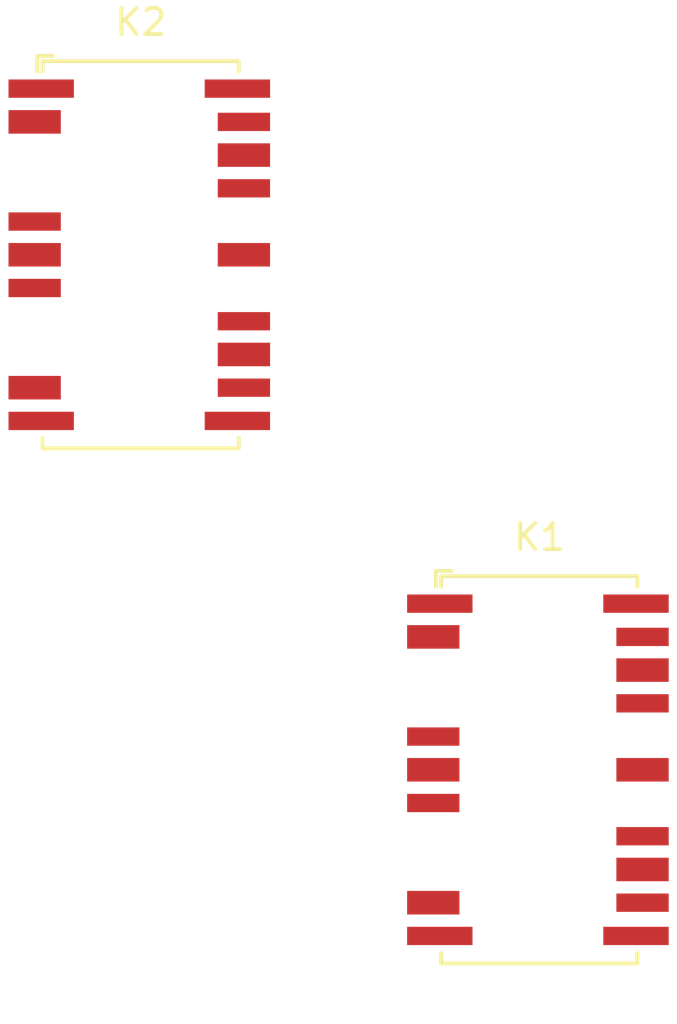
<source format=kicad_pcb>
(kicad_pcb (version 20211014) (generator pcbnew)
  (layers (0 "F.Cu" signal) (31 "B.Cu" signal) (34 "B.Paste" user) (35 "F.Paste" user) (36 "B.SilkS" user "B.Silkscreen") (37 "F.SilkS" user "F.Silkscreen") (38 "B.Mask" user) (39 "F.Mask" user) (44 "Edge.Cuts" user))
  (net 0 "")
  (net 1 "Net-(D1-Pad1)")
  (net 2 "GND")
  (net 3 "/XCVR")
  (net 4 "/LNA_OUT")
  (net 5 "Net-(K1-Pad20)")
  (net 6 "/ANT")
  (net 7 "/LNA_IN")
  (footprint "Relay_SMD:Relay_SPDT_AXICOM_HF3Series_50ohms_Pitch1.27mm" (layer "F.Cu") (at 100.965 87.63)
    (fp_text reference "K1" (at 0.06 -8.89) (layer "F.SilkS"))
    (fp_text value "HF3-56")
    (fp_line (start 3.8 7.4) (end -3.7 7.4) (layer "F.SilkS") (width 0.15))
    (fp_line (start 3.8 -7.4) (end -3.7 -7.4) (layer "F.SilkS") (width 0.15))
    (fp_line (start -3.9 -7) (end -3.9 -7.6) (layer "F.SilkS") (width 0.15))
    (fp_line (start 3.8 -7) (end 3.8 -7.4) (layer "F.SilkS") (width 0.15))
    (fp_line (start -3.9 -7.6) (end -3.4 -7.6) (layer "F.SilkS") (width 0.15))
    (fp_line (start 3.8 7.1) (end 3.8 7) (layer "F.SilkS") (width 0.15))
    (fp_line (start -3.4 -7.6) (end -3.3 -7.6) (layer "F.SilkS") (width 0.15))
    (fp_line (start 3.8 7.1) (end 3.8 7.4) (layer "F.SilkS") (width 0.15))
    (fp_line (start -3.7 -7.4) (end -3.7 -7) (layer "F.SilkS") (width 0.15))
    (fp_line (start -3.7 7.4) (end -3.7 7) (layer "F.SilkS") (width 0.15))
    (pad "1" smd rect (at -3.75 -6.35) (size 2.5 0.7) (layers "F.Cu" "F.Paste" "F.Mask") (net 1 "Net-(D1-Pad1)"))
    (pad "2" smd rect (at -4 -5.08) (size 2 0.9) (layers "F.Cu" "F.Paste" "F.Mask") (net 2 "GND"))
    (pad "5" smd rect (at -4 -1.27) (size 2 0.7) (layers "F.Cu" "F.Paste" "F.Mask") (net 2 "GND"))
    (pad "6" smd rect (at -4 0) (size 2 0.9) (layers "F.Cu" "F.Paste" "F.Mask") (net 6 "/ANT"))
    (pad "7" smd rect (at -4 1.27) (size 2 0.7) (layers "F.Cu" "F.Paste" "F.Mask") (net 2 "GND"))
    (pad "10" smd rect (at -4 5.08) (size 2 0.9) (layers "F.Cu" "F.Paste" "F.Mask") (net 2 "GND"))
    (pad "11" smd rect (at -3.75 6.35) (size 2.5 0.7) (layers "F.Cu" "F.Paste" "F.Mask") (net 2 "GND"))
    (pad "12" smd rect (at 3.75 6.35) (size 2.5 0.7) (layers "F.Cu" "F.Paste" "F.Mask") (net 2 "GND"))
    (pad "13" smd rect (at 4 5.08) (size 2 0.7) (layers "F.Cu" "F.Paste" "F.Mask") (net 2 "GND"))
    (pad "14" smd rect (at 4 3.81) (size 2 0.9) (layers "F.Cu" "F.Paste" "F.Mask") (net 7 "/LNA_IN"))
    (pad "15" smd rect (at 4 2.54) (size 2 0.7) (layers "F.Cu" "F.Paste" "F.Mask") (net 2 "GND"))
    (pad "17" smd rect (at 4 0) (size 2 0.9) (layers "F.Cu" "F.Paste" "F.Mask") (net 2 "GND"))
    (pad "19" smd rect (at 4 -2.54) (size 2 0.7) (layers "F.Cu" "F.Paste" "F.Mask") (net 2 "GND"))
    (pad "20" smd rect (at 4 -3.81) (size 2 0.9) (layers "F.Cu" "F.Paste" "F.Mask") (net 5 "Net-(K1-Pad20)"))
    (pad "21" smd rect (at 4 -5.08) (size 2 0.7) (layers "F.Cu" "F.Paste" "F.Mask") (net 2 "GND"))
    (pad "22" smd rect (at 3.75 -6.35) (size 2.5 0.7) (layers "F.Cu" "F.Paste" "F.Mask") (net 2 "GND"))
  )
  (footprint "Relay_SMD:Relay_SPDT_AXICOM_HF3Series_50ohms_Pitch1.27mm" (layer "F.Cu") (at 85.725 67.945)
    (fp_text reference "K2" (at 0.06 -8.89) (layer "F.SilkS"))
    (fp_text value "HF3-56")
    (fp_line (start 3.8 7.1) (end 3.8 7) (layer "F.SilkS") (width 0.15))
    (fp_line (start -3.9 -7) (end -3.9 -7.6) (layer "F.SilkS") (width 0.15))
    (fp_line (start 3.8 -7) (end 3.8 -7.4) (layer "F.SilkS") (width 0.15))
    (fp_line (start -3.7 -7.4) (end -3.7 -7) (layer "F.SilkS") (width 0.15))
    (fp_line (start -3.9 -7.6) (end -3.4 -7.6) (layer "F.SilkS") (width 0.15))
    (fp_line (start 3.8 7.4) (end -3.7 7.4) (layer "F.SilkS") (width 0.15))
    (fp_line (start 3.8 -7.4) (end -3.7 -7.4) (layer "F.SilkS") (width 0.15))
    (fp_line (start 3.8 7.1) (end 3.8 7.4) (layer "F.SilkS") (width 0.15))
    (fp_line (start -3.4 -7.6) (end -3.3 -7.6) (layer "F.SilkS") (width 0.15))
    (fp_line (start -3.7 7.4) (end -3.7 7) (layer "F.SilkS") (width 0.15))
    (pad "1" smd rect (at -3.75 -6.35) (size 2.5 0.7) (layers "F.Cu" "F.Paste" "F.Mask") (net 1 "Net-(D1-Pad1)"))
    (pad "2" smd rect (at -4 -5.08) (size 2 0.9) (layers "F.Cu" "F.Paste" "F.Mask") (net 2 "GND"))
    (pad "5" smd rect (at -4 -1.27) (size 2 0.7) (layers "F.Cu" "F.Paste" "F.Mask") (net 2 "GND"))
    (pad "6" smd rect (at -4 0) (size 2 0.9) (layers "F.Cu" "F.Paste" "F.Mask") (net 3 "/XCVR"))
    (pad "7" smd rect (at -4 1.27) (size 2 0.7) (layers "F.Cu" "F.Paste" "F.Mask") (net 2 "GND"))
    (pad "10" smd rect (at -4 5.08) (size 2 0.9) (layers "F.Cu" "F.Paste" "F.Mask") (net 2 "GND"))
    (pad "11" smd rect (at -3.75 6.35) (size 2.5 0.7) (layers "F.Cu" "F.Paste" "F.Mask") (net 2 "GND"))
    (pad "12" smd rect (at 3.75 6.35) (size 2.5 0.7) (layers "F.Cu" "F.Paste" "F.Mask") (net 2 "GND"))
    (pad "13" smd rect (at 4 5.08) (size 2 0.7) (layers "F.Cu" "F.Paste" "F.Mask") (net 2 "GND"))
    (pad "14" smd rect (at 4 3.81) (size 2 0.9) (layers "F.Cu" "F.Paste" "F.Mask") (net 4 "/LNA_OUT"))
    (pad "15" smd rect (at 4 2.54) (size 2 0.7) (layers "F.Cu" "F.Paste" "F.Mask") (net 2 "GND"))
    (pad "17" smd rect (at 4 0) (size 2 0.9) (layers "F.Cu" "F.Paste" "F.Mask") (net 2 "GND"))
    (pad "19" smd rect (at 4 -2.54) (size 2 0.7) (layers "F.Cu" "F.Paste" "F.Mask") (net 2 "GND"))
    (pad "20" smd rect (at 4 -3.81) (size 2 0.9) (layers "F.Cu" "F.Paste" "F.Mask") (net 5 "Net-(K1-Pad20)"))
    (pad "21" smd rect (at 4 -5.08) (size 2 0.7) (layers "F.Cu" "F.Paste" "F.Mask") (net 2 "GND"))
    (pad "22" smd rect (at 3.75 -6.35) (size 2.5 0.7) (layers "F.Cu" "F.Paste" "F.Mask") (net 2 "GND"))
  )
)
</source>
